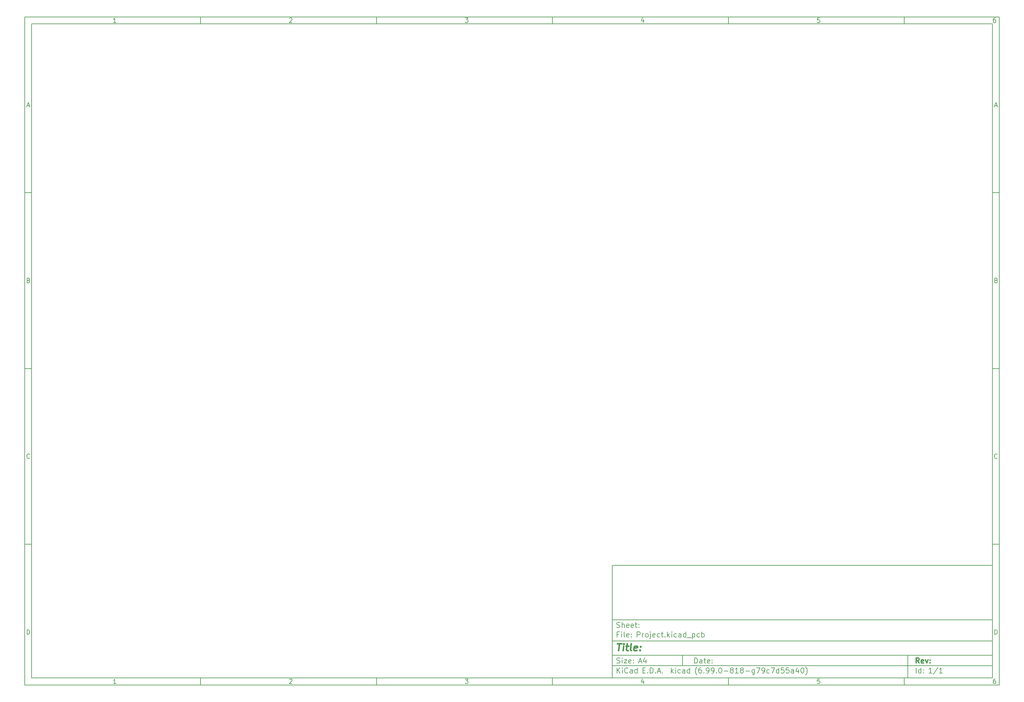
<source format=gbr>
%TF.GenerationSoftware,KiCad,Pcbnew,(6.99.0-818-g79c7d55a40)*%
%TF.CreationDate,2022-02-14T22:26:38+08:00*%
%TF.ProjectId,Project,50726f6a-6563-4742-9e6b-696361645f70,rev?*%
%TF.SameCoordinates,Original*%
%TF.FileFunction,Profile,NP*%
%FSLAX46Y46*%
G04 Gerber Fmt 4.6, Leading zero omitted, Abs format (unit mm)*
G04 Created by KiCad (PCBNEW (6.99.0-818-g79c7d55a40)) date 2022-02-14 22:26:38*
%MOMM*%
%LPD*%
G01*
G04 APERTURE LIST*
%ADD10C,0.100000*%
%ADD11C,0.150000*%
%ADD12C,0.300000*%
%ADD13C,0.400000*%
G04 APERTURE END LIST*
D10*
D11*
X177002200Y-166007200D02*
X177002200Y-198007200D01*
X285002200Y-198007200D01*
X285002200Y-166007200D01*
X177002200Y-166007200D01*
D10*
D11*
X10000000Y-10000000D02*
X10000000Y-200007200D01*
X287002200Y-200007200D01*
X287002200Y-10000000D01*
X10000000Y-10000000D01*
D10*
D11*
X12000000Y-12000000D02*
X12000000Y-198007200D01*
X285002200Y-198007200D01*
X285002200Y-12000000D01*
X12000000Y-12000000D01*
D10*
D11*
X60000000Y-12000000D02*
X60000000Y-10000000D01*
D10*
D11*
X110000000Y-12000000D02*
X110000000Y-10000000D01*
D10*
D11*
X160000000Y-12000000D02*
X160000000Y-10000000D01*
D10*
D11*
X210000000Y-12000000D02*
X210000000Y-10000000D01*
D10*
D11*
X260000000Y-12000000D02*
X260000000Y-10000000D01*
D10*
D11*
X35990476Y-11588095D02*
X35247619Y-11588095D01*
X35619047Y-11588095D02*
X35619047Y-10288095D01*
X35619047Y-10288095D02*
X35495238Y-10473809D01*
X35495238Y-10473809D02*
X35371428Y-10597619D01*
X35371428Y-10597619D02*
X35247619Y-10659523D01*
D10*
D11*
X85247619Y-10411904D02*
X85309523Y-10350000D01*
X85309523Y-10350000D02*
X85433333Y-10288095D01*
X85433333Y-10288095D02*
X85742857Y-10288095D01*
X85742857Y-10288095D02*
X85866666Y-10350000D01*
X85866666Y-10350000D02*
X85928571Y-10411904D01*
X85928571Y-10411904D02*
X85990476Y-10535714D01*
X85990476Y-10535714D02*
X85990476Y-10659523D01*
X85990476Y-10659523D02*
X85928571Y-10845238D01*
X85928571Y-10845238D02*
X85185714Y-11588095D01*
X85185714Y-11588095D02*
X85990476Y-11588095D01*
D10*
D11*
X135185714Y-10288095D02*
X135990476Y-10288095D01*
X135990476Y-10288095D02*
X135557142Y-10783333D01*
X135557142Y-10783333D02*
X135742857Y-10783333D01*
X135742857Y-10783333D02*
X135866666Y-10845238D01*
X135866666Y-10845238D02*
X135928571Y-10907142D01*
X135928571Y-10907142D02*
X135990476Y-11030952D01*
X135990476Y-11030952D02*
X135990476Y-11340476D01*
X135990476Y-11340476D02*
X135928571Y-11464285D01*
X135928571Y-11464285D02*
X135866666Y-11526190D01*
X135866666Y-11526190D02*
X135742857Y-11588095D01*
X135742857Y-11588095D02*
X135371428Y-11588095D01*
X135371428Y-11588095D02*
X135247619Y-11526190D01*
X135247619Y-11526190D02*
X135185714Y-11464285D01*
D10*
D11*
X185866666Y-10721428D02*
X185866666Y-11588095D01*
X185557142Y-10226190D02*
X185247619Y-11154761D01*
X185247619Y-11154761D02*
X186052380Y-11154761D01*
D10*
D11*
X235928571Y-10288095D02*
X235309523Y-10288095D01*
X235309523Y-10288095D02*
X235247619Y-10907142D01*
X235247619Y-10907142D02*
X235309523Y-10845238D01*
X235309523Y-10845238D02*
X235433333Y-10783333D01*
X235433333Y-10783333D02*
X235742857Y-10783333D01*
X235742857Y-10783333D02*
X235866666Y-10845238D01*
X235866666Y-10845238D02*
X235928571Y-10907142D01*
X235928571Y-10907142D02*
X235990476Y-11030952D01*
X235990476Y-11030952D02*
X235990476Y-11340476D01*
X235990476Y-11340476D02*
X235928571Y-11464285D01*
X235928571Y-11464285D02*
X235866666Y-11526190D01*
X235866666Y-11526190D02*
X235742857Y-11588095D01*
X235742857Y-11588095D02*
X235433333Y-11588095D01*
X235433333Y-11588095D02*
X235309523Y-11526190D01*
X235309523Y-11526190D02*
X235247619Y-11464285D01*
D10*
D11*
X285866666Y-10288095D02*
X285619047Y-10288095D01*
X285619047Y-10288095D02*
X285495238Y-10350000D01*
X285495238Y-10350000D02*
X285433333Y-10411904D01*
X285433333Y-10411904D02*
X285309523Y-10597619D01*
X285309523Y-10597619D02*
X285247619Y-10845238D01*
X285247619Y-10845238D02*
X285247619Y-11340476D01*
X285247619Y-11340476D02*
X285309523Y-11464285D01*
X285309523Y-11464285D02*
X285371428Y-11526190D01*
X285371428Y-11526190D02*
X285495238Y-11588095D01*
X285495238Y-11588095D02*
X285742857Y-11588095D01*
X285742857Y-11588095D02*
X285866666Y-11526190D01*
X285866666Y-11526190D02*
X285928571Y-11464285D01*
X285928571Y-11464285D02*
X285990476Y-11340476D01*
X285990476Y-11340476D02*
X285990476Y-11030952D01*
X285990476Y-11030952D02*
X285928571Y-10907142D01*
X285928571Y-10907142D02*
X285866666Y-10845238D01*
X285866666Y-10845238D02*
X285742857Y-10783333D01*
X285742857Y-10783333D02*
X285495238Y-10783333D01*
X285495238Y-10783333D02*
X285371428Y-10845238D01*
X285371428Y-10845238D02*
X285309523Y-10907142D01*
X285309523Y-10907142D02*
X285247619Y-11030952D01*
D10*
D11*
X60000000Y-198007200D02*
X60000000Y-200007200D01*
D10*
D11*
X110000000Y-198007200D02*
X110000000Y-200007200D01*
D10*
D11*
X160000000Y-198007200D02*
X160000000Y-200007200D01*
D10*
D11*
X210000000Y-198007200D02*
X210000000Y-200007200D01*
D10*
D11*
X260000000Y-198007200D02*
X260000000Y-200007200D01*
D10*
D11*
X35990476Y-199595295D02*
X35247619Y-199595295D01*
X35619047Y-199595295D02*
X35619047Y-198295295D01*
X35619047Y-198295295D02*
X35495238Y-198481009D01*
X35495238Y-198481009D02*
X35371428Y-198604819D01*
X35371428Y-198604819D02*
X35247619Y-198666723D01*
D10*
D11*
X85247619Y-198419104D02*
X85309523Y-198357200D01*
X85309523Y-198357200D02*
X85433333Y-198295295D01*
X85433333Y-198295295D02*
X85742857Y-198295295D01*
X85742857Y-198295295D02*
X85866666Y-198357200D01*
X85866666Y-198357200D02*
X85928571Y-198419104D01*
X85928571Y-198419104D02*
X85990476Y-198542914D01*
X85990476Y-198542914D02*
X85990476Y-198666723D01*
X85990476Y-198666723D02*
X85928571Y-198852438D01*
X85928571Y-198852438D02*
X85185714Y-199595295D01*
X85185714Y-199595295D02*
X85990476Y-199595295D01*
D10*
D11*
X135185714Y-198295295D02*
X135990476Y-198295295D01*
X135990476Y-198295295D02*
X135557142Y-198790533D01*
X135557142Y-198790533D02*
X135742857Y-198790533D01*
X135742857Y-198790533D02*
X135866666Y-198852438D01*
X135866666Y-198852438D02*
X135928571Y-198914342D01*
X135928571Y-198914342D02*
X135990476Y-199038152D01*
X135990476Y-199038152D02*
X135990476Y-199347676D01*
X135990476Y-199347676D02*
X135928571Y-199471485D01*
X135928571Y-199471485D02*
X135866666Y-199533390D01*
X135866666Y-199533390D02*
X135742857Y-199595295D01*
X135742857Y-199595295D02*
X135371428Y-199595295D01*
X135371428Y-199595295D02*
X135247619Y-199533390D01*
X135247619Y-199533390D02*
X135185714Y-199471485D01*
D10*
D11*
X185866666Y-198728628D02*
X185866666Y-199595295D01*
X185557142Y-198233390D02*
X185247619Y-199161961D01*
X185247619Y-199161961D02*
X186052380Y-199161961D01*
D10*
D11*
X235928571Y-198295295D02*
X235309523Y-198295295D01*
X235309523Y-198295295D02*
X235247619Y-198914342D01*
X235247619Y-198914342D02*
X235309523Y-198852438D01*
X235309523Y-198852438D02*
X235433333Y-198790533D01*
X235433333Y-198790533D02*
X235742857Y-198790533D01*
X235742857Y-198790533D02*
X235866666Y-198852438D01*
X235866666Y-198852438D02*
X235928571Y-198914342D01*
X235928571Y-198914342D02*
X235990476Y-199038152D01*
X235990476Y-199038152D02*
X235990476Y-199347676D01*
X235990476Y-199347676D02*
X235928571Y-199471485D01*
X235928571Y-199471485D02*
X235866666Y-199533390D01*
X235866666Y-199533390D02*
X235742857Y-199595295D01*
X235742857Y-199595295D02*
X235433333Y-199595295D01*
X235433333Y-199595295D02*
X235309523Y-199533390D01*
X235309523Y-199533390D02*
X235247619Y-199471485D01*
D10*
D11*
X285866666Y-198295295D02*
X285619047Y-198295295D01*
X285619047Y-198295295D02*
X285495238Y-198357200D01*
X285495238Y-198357200D02*
X285433333Y-198419104D01*
X285433333Y-198419104D02*
X285309523Y-198604819D01*
X285309523Y-198604819D02*
X285247619Y-198852438D01*
X285247619Y-198852438D02*
X285247619Y-199347676D01*
X285247619Y-199347676D02*
X285309523Y-199471485D01*
X285309523Y-199471485D02*
X285371428Y-199533390D01*
X285371428Y-199533390D02*
X285495238Y-199595295D01*
X285495238Y-199595295D02*
X285742857Y-199595295D01*
X285742857Y-199595295D02*
X285866666Y-199533390D01*
X285866666Y-199533390D02*
X285928571Y-199471485D01*
X285928571Y-199471485D02*
X285990476Y-199347676D01*
X285990476Y-199347676D02*
X285990476Y-199038152D01*
X285990476Y-199038152D02*
X285928571Y-198914342D01*
X285928571Y-198914342D02*
X285866666Y-198852438D01*
X285866666Y-198852438D02*
X285742857Y-198790533D01*
X285742857Y-198790533D02*
X285495238Y-198790533D01*
X285495238Y-198790533D02*
X285371428Y-198852438D01*
X285371428Y-198852438D02*
X285309523Y-198914342D01*
X285309523Y-198914342D02*
X285247619Y-199038152D01*
D10*
D11*
X10000000Y-60000000D02*
X12000000Y-60000000D01*
D10*
D11*
X10000000Y-110000000D02*
X12000000Y-110000000D01*
D10*
D11*
X10000000Y-160000000D02*
X12000000Y-160000000D01*
D10*
D11*
X10690476Y-35216666D02*
X11309523Y-35216666D01*
X10566666Y-35588095D02*
X10999999Y-34288095D01*
X10999999Y-34288095D02*
X11433333Y-35588095D01*
D10*
D11*
X11092857Y-84907142D02*
X11278571Y-84969047D01*
X11278571Y-84969047D02*
X11340476Y-85030952D01*
X11340476Y-85030952D02*
X11402380Y-85154761D01*
X11402380Y-85154761D02*
X11402380Y-85340476D01*
X11402380Y-85340476D02*
X11340476Y-85464285D01*
X11340476Y-85464285D02*
X11278571Y-85526190D01*
X11278571Y-85526190D02*
X11154761Y-85588095D01*
X11154761Y-85588095D02*
X10659523Y-85588095D01*
X10659523Y-85588095D02*
X10659523Y-84288095D01*
X10659523Y-84288095D02*
X11092857Y-84288095D01*
X11092857Y-84288095D02*
X11216666Y-84350000D01*
X11216666Y-84350000D02*
X11278571Y-84411904D01*
X11278571Y-84411904D02*
X11340476Y-84535714D01*
X11340476Y-84535714D02*
X11340476Y-84659523D01*
X11340476Y-84659523D02*
X11278571Y-84783333D01*
X11278571Y-84783333D02*
X11216666Y-84845238D01*
X11216666Y-84845238D02*
X11092857Y-84907142D01*
X11092857Y-84907142D02*
X10659523Y-84907142D01*
D10*
D11*
X11402380Y-135464285D02*
X11340476Y-135526190D01*
X11340476Y-135526190D02*
X11154761Y-135588095D01*
X11154761Y-135588095D02*
X11030952Y-135588095D01*
X11030952Y-135588095D02*
X10845238Y-135526190D01*
X10845238Y-135526190D02*
X10721428Y-135402380D01*
X10721428Y-135402380D02*
X10659523Y-135278571D01*
X10659523Y-135278571D02*
X10597619Y-135030952D01*
X10597619Y-135030952D02*
X10597619Y-134845238D01*
X10597619Y-134845238D02*
X10659523Y-134597619D01*
X10659523Y-134597619D02*
X10721428Y-134473809D01*
X10721428Y-134473809D02*
X10845238Y-134350000D01*
X10845238Y-134350000D02*
X11030952Y-134288095D01*
X11030952Y-134288095D02*
X11154761Y-134288095D01*
X11154761Y-134288095D02*
X11340476Y-134350000D01*
X11340476Y-134350000D02*
X11402380Y-134411904D01*
D10*
D11*
X10659523Y-185588095D02*
X10659523Y-184288095D01*
X10659523Y-184288095D02*
X10969047Y-184288095D01*
X10969047Y-184288095D02*
X11154761Y-184350000D01*
X11154761Y-184350000D02*
X11278571Y-184473809D01*
X11278571Y-184473809D02*
X11340476Y-184597619D01*
X11340476Y-184597619D02*
X11402380Y-184845238D01*
X11402380Y-184845238D02*
X11402380Y-185030952D01*
X11402380Y-185030952D02*
X11340476Y-185278571D01*
X11340476Y-185278571D02*
X11278571Y-185402380D01*
X11278571Y-185402380D02*
X11154761Y-185526190D01*
X11154761Y-185526190D02*
X10969047Y-185588095D01*
X10969047Y-185588095D02*
X10659523Y-185588095D01*
D10*
D11*
X287002200Y-60000000D02*
X285002200Y-60000000D01*
D10*
D11*
X287002200Y-110000000D02*
X285002200Y-110000000D01*
D10*
D11*
X287002200Y-160000000D02*
X285002200Y-160000000D01*
D10*
D11*
X285692676Y-35216666D02*
X286311723Y-35216666D01*
X285568866Y-35588095D02*
X286002199Y-34288095D01*
X286002199Y-34288095D02*
X286435533Y-35588095D01*
D10*
D11*
X286095057Y-84907142D02*
X286280771Y-84969047D01*
X286280771Y-84969047D02*
X286342676Y-85030952D01*
X286342676Y-85030952D02*
X286404580Y-85154761D01*
X286404580Y-85154761D02*
X286404580Y-85340476D01*
X286404580Y-85340476D02*
X286342676Y-85464285D01*
X286342676Y-85464285D02*
X286280771Y-85526190D01*
X286280771Y-85526190D02*
X286156961Y-85588095D01*
X286156961Y-85588095D02*
X285661723Y-85588095D01*
X285661723Y-85588095D02*
X285661723Y-84288095D01*
X285661723Y-84288095D02*
X286095057Y-84288095D01*
X286095057Y-84288095D02*
X286218866Y-84350000D01*
X286218866Y-84350000D02*
X286280771Y-84411904D01*
X286280771Y-84411904D02*
X286342676Y-84535714D01*
X286342676Y-84535714D02*
X286342676Y-84659523D01*
X286342676Y-84659523D02*
X286280771Y-84783333D01*
X286280771Y-84783333D02*
X286218866Y-84845238D01*
X286218866Y-84845238D02*
X286095057Y-84907142D01*
X286095057Y-84907142D02*
X285661723Y-84907142D01*
D10*
D11*
X286404580Y-135464285D02*
X286342676Y-135526190D01*
X286342676Y-135526190D02*
X286156961Y-135588095D01*
X286156961Y-135588095D02*
X286033152Y-135588095D01*
X286033152Y-135588095D02*
X285847438Y-135526190D01*
X285847438Y-135526190D02*
X285723628Y-135402380D01*
X285723628Y-135402380D02*
X285661723Y-135278571D01*
X285661723Y-135278571D02*
X285599819Y-135030952D01*
X285599819Y-135030952D02*
X285599819Y-134845238D01*
X285599819Y-134845238D02*
X285661723Y-134597619D01*
X285661723Y-134597619D02*
X285723628Y-134473809D01*
X285723628Y-134473809D02*
X285847438Y-134350000D01*
X285847438Y-134350000D02*
X286033152Y-134288095D01*
X286033152Y-134288095D02*
X286156961Y-134288095D01*
X286156961Y-134288095D02*
X286342676Y-134350000D01*
X286342676Y-134350000D02*
X286404580Y-134411904D01*
D10*
D11*
X285661723Y-185588095D02*
X285661723Y-184288095D01*
X285661723Y-184288095D02*
X285971247Y-184288095D01*
X285971247Y-184288095D02*
X286156961Y-184350000D01*
X286156961Y-184350000D02*
X286280771Y-184473809D01*
X286280771Y-184473809D02*
X286342676Y-184597619D01*
X286342676Y-184597619D02*
X286404580Y-184845238D01*
X286404580Y-184845238D02*
X286404580Y-185030952D01*
X286404580Y-185030952D02*
X286342676Y-185278571D01*
X286342676Y-185278571D02*
X286280771Y-185402380D01*
X286280771Y-185402380D02*
X286156961Y-185526190D01*
X286156961Y-185526190D02*
X285971247Y-185588095D01*
X285971247Y-185588095D02*
X285661723Y-185588095D01*
D10*
D11*
X200359342Y-193785771D02*
X200359342Y-192285771D01*
X200359342Y-192285771D02*
X200716485Y-192285771D01*
X200716485Y-192285771D02*
X200930771Y-192357200D01*
X200930771Y-192357200D02*
X201073628Y-192500057D01*
X201073628Y-192500057D02*
X201145057Y-192642914D01*
X201145057Y-192642914D02*
X201216485Y-192928628D01*
X201216485Y-192928628D02*
X201216485Y-193142914D01*
X201216485Y-193142914D02*
X201145057Y-193428628D01*
X201145057Y-193428628D02*
X201073628Y-193571485D01*
X201073628Y-193571485D02*
X200930771Y-193714342D01*
X200930771Y-193714342D02*
X200716485Y-193785771D01*
X200716485Y-193785771D02*
X200359342Y-193785771D01*
X202502200Y-193785771D02*
X202502200Y-193000057D01*
X202502200Y-193000057D02*
X202430771Y-192857200D01*
X202430771Y-192857200D02*
X202287914Y-192785771D01*
X202287914Y-192785771D02*
X202002200Y-192785771D01*
X202002200Y-192785771D02*
X201859342Y-192857200D01*
X202502200Y-193714342D02*
X202359342Y-193785771D01*
X202359342Y-193785771D02*
X202002200Y-193785771D01*
X202002200Y-193785771D02*
X201859342Y-193714342D01*
X201859342Y-193714342D02*
X201787914Y-193571485D01*
X201787914Y-193571485D02*
X201787914Y-193428628D01*
X201787914Y-193428628D02*
X201859342Y-193285771D01*
X201859342Y-193285771D02*
X202002200Y-193214342D01*
X202002200Y-193214342D02*
X202359342Y-193214342D01*
X202359342Y-193214342D02*
X202502200Y-193142914D01*
X203002200Y-192785771D02*
X203573628Y-192785771D01*
X203216485Y-192285771D02*
X203216485Y-193571485D01*
X203216485Y-193571485D02*
X203287914Y-193714342D01*
X203287914Y-193714342D02*
X203430771Y-193785771D01*
X203430771Y-193785771D02*
X203573628Y-193785771D01*
X204645057Y-193714342D02*
X204502200Y-193785771D01*
X204502200Y-193785771D02*
X204216486Y-193785771D01*
X204216486Y-193785771D02*
X204073628Y-193714342D01*
X204073628Y-193714342D02*
X204002200Y-193571485D01*
X204002200Y-193571485D02*
X204002200Y-193000057D01*
X204002200Y-193000057D02*
X204073628Y-192857200D01*
X204073628Y-192857200D02*
X204216486Y-192785771D01*
X204216486Y-192785771D02*
X204502200Y-192785771D01*
X204502200Y-192785771D02*
X204645057Y-192857200D01*
X204645057Y-192857200D02*
X204716486Y-193000057D01*
X204716486Y-193000057D02*
X204716486Y-193142914D01*
X204716486Y-193142914D02*
X204002200Y-193285771D01*
X205359342Y-193642914D02*
X205430771Y-193714342D01*
X205430771Y-193714342D02*
X205359342Y-193785771D01*
X205359342Y-193785771D02*
X205287914Y-193714342D01*
X205287914Y-193714342D02*
X205359342Y-193642914D01*
X205359342Y-193642914D02*
X205359342Y-193785771D01*
X205359342Y-192857200D02*
X205430771Y-192928628D01*
X205430771Y-192928628D02*
X205359342Y-193000057D01*
X205359342Y-193000057D02*
X205287914Y-192928628D01*
X205287914Y-192928628D02*
X205359342Y-192857200D01*
X205359342Y-192857200D02*
X205359342Y-193000057D01*
D10*
D11*
X177002200Y-194507200D02*
X285002200Y-194507200D01*
D10*
D11*
X178359342Y-196585771D02*
X178359342Y-195085771D01*
X179216485Y-196585771D02*
X178573628Y-195728628D01*
X179216485Y-195085771D02*
X178359342Y-195942914D01*
X179859342Y-196585771D02*
X179859342Y-195585771D01*
X179859342Y-195085771D02*
X179787914Y-195157200D01*
X179787914Y-195157200D02*
X179859342Y-195228628D01*
X179859342Y-195228628D02*
X179930771Y-195157200D01*
X179930771Y-195157200D02*
X179859342Y-195085771D01*
X179859342Y-195085771D02*
X179859342Y-195228628D01*
X181430771Y-196442914D02*
X181359343Y-196514342D01*
X181359343Y-196514342D02*
X181145057Y-196585771D01*
X181145057Y-196585771D02*
X181002200Y-196585771D01*
X181002200Y-196585771D02*
X180787914Y-196514342D01*
X180787914Y-196514342D02*
X180645057Y-196371485D01*
X180645057Y-196371485D02*
X180573628Y-196228628D01*
X180573628Y-196228628D02*
X180502200Y-195942914D01*
X180502200Y-195942914D02*
X180502200Y-195728628D01*
X180502200Y-195728628D02*
X180573628Y-195442914D01*
X180573628Y-195442914D02*
X180645057Y-195300057D01*
X180645057Y-195300057D02*
X180787914Y-195157200D01*
X180787914Y-195157200D02*
X181002200Y-195085771D01*
X181002200Y-195085771D02*
X181145057Y-195085771D01*
X181145057Y-195085771D02*
X181359343Y-195157200D01*
X181359343Y-195157200D02*
X181430771Y-195228628D01*
X182716486Y-196585771D02*
X182716486Y-195800057D01*
X182716486Y-195800057D02*
X182645057Y-195657200D01*
X182645057Y-195657200D02*
X182502200Y-195585771D01*
X182502200Y-195585771D02*
X182216486Y-195585771D01*
X182216486Y-195585771D02*
X182073628Y-195657200D01*
X182716486Y-196514342D02*
X182573628Y-196585771D01*
X182573628Y-196585771D02*
X182216486Y-196585771D01*
X182216486Y-196585771D02*
X182073628Y-196514342D01*
X182073628Y-196514342D02*
X182002200Y-196371485D01*
X182002200Y-196371485D02*
X182002200Y-196228628D01*
X182002200Y-196228628D02*
X182073628Y-196085771D01*
X182073628Y-196085771D02*
X182216486Y-196014342D01*
X182216486Y-196014342D02*
X182573628Y-196014342D01*
X182573628Y-196014342D02*
X182716486Y-195942914D01*
X184073629Y-196585771D02*
X184073629Y-195085771D01*
X184073629Y-196514342D02*
X183930771Y-196585771D01*
X183930771Y-196585771D02*
X183645057Y-196585771D01*
X183645057Y-196585771D02*
X183502200Y-196514342D01*
X183502200Y-196514342D02*
X183430771Y-196442914D01*
X183430771Y-196442914D02*
X183359343Y-196300057D01*
X183359343Y-196300057D02*
X183359343Y-195871485D01*
X183359343Y-195871485D02*
X183430771Y-195728628D01*
X183430771Y-195728628D02*
X183502200Y-195657200D01*
X183502200Y-195657200D02*
X183645057Y-195585771D01*
X183645057Y-195585771D02*
X183930771Y-195585771D01*
X183930771Y-195585771D02*
X184073629Y-195657200D01*
X185687914Y-195800057D02*
X186187914Y-195800057D01*
X186402200Y-196585771D02*
X185687914Y-196585771D01*
X185687914Y-196585771D02*
X185687914Y-195085771D01*
X185687914Y-195085771D02*
X186402200Y-195085771D01*
X187045057Y-196442914D02*
X187116486Y-196514342D01*
X187116486Y-196514342D02*
X187045057Y-196585771D01*
X187045057Y-196585771D02*
X186973629Y-196514342D01*
X186973629Y-196514342D02*
X187045057Y-196442914D01*
X187045057Y-196442914D02*
X187045057Y-196585771D01*
X187759343Y-196585771D02*
X187759343Y-195085771D01*
X187759343Y-195085771D02*
X188116486Y-195085771D01*
X188116486Y-195085771D02*
X188330772Y-195157200D01*
X188330772Y-195157200D02*
X188473629Y-195300057D01*
X188473629Y-195300057D02*
X188545058Y-195442914D01*
X188545058Y-195442914D02*
X188616486Y-195728628D01*
X188616486Y-195728628D02*
X188616486Y-195942914D01*
X188616486Y-195942914D02*
X188545058Y-196228628D01*
X188545058Y-196228628D02*
X188473629Y-196371485D01*
X188473629Y-196371485D02*
X188330772Y-196514342D01*
X188330772Y-196514342D02*
X188116486Y-196585771D01*
X188116486Y-196585771D02*
X187759343Y-196585771D01*
X189259343Y-196442914D02*
X189330772Y-196514342D01*
X189330772Y-196514342D02*
X189259343Y-196585771D01*
X189259343Y-196585771D02*
X189187915Y-196514342D01*
X189187915Y-196514342D02*
X189259343Y-196442914D01*
X189259343Y-196442914D02*
X189259343Y-196585771D01*
X189902201Y-196157200D02*
X190616487Y-196157200D01*
X189759344Y-196585771D02*
X190259344Y-195085771D01*
X190259344Y-195085771D02*
X190759344Y-196585771D01*
X191259343Y-196442914D02*
X191330772Y-196514342D01*
X191330772Y-196514342D02*
X191259343Y-196585771D01*
X191259343Y-196585771D02*
X191187915Y-196514342D01*
X191187915Y-196514342D02*
X191259343Y-196442914D01*
X191259343Y-196442914D02*
X191259343Y-196585771D01*
X193773629Y-196585771D02*
X193773629Y-195085771D01*
X193916487Y-196014342D02*
X194345058Y-196585771D01*
X194345058Y-195585771D02*
X193773629Y-196157200D01*
X194987915Y-196585771D02*
X194987915Y-195585771D01*
X194987915Y-195085771D02*
X194916487Y-195157200D01*
X194916487Y-195157200D02*
X194987915Y-195228628D01*
X194987915Y-195228628D02*
X195059344Y-195157200D01*
X195059344Y-195157200D02*
X194987915Y-195085771D01*
X194987915Y-195085771D02*
X194987915Y-195228628D01*
X196345059Y-196514342D02*
X196202201Y-196585771D01*
X196202201Y-196585771D02*
X195916487Y-196585771D01*
X195916487Y-196585771D02*
X195773630Y-196514342D01*
X195773630Y-196514342D02*
X195702201Y-196442914D01*
X195702201Y-196442914D02*
X195630773Y-196300057D01*
X195630773Y-196300057D02*
X195630773Y-195871485D01*
X195630773Y-195871485D02*
X195702201Y-195728628D01*
X195702201Y-195728628D02*
X195773630Y-195657200D01*
X195773630Y-195657200D02*
X195916487Y-195585771D01*
X195916487Y-195585771D02*
X196202201Y-195585771D01*
X196202201Y-195585771D02*
X196345059Y-195657200D01*
X197630773Y-196585771D02*
X197630773Y-195800057D01*
X197630773Y-195800057D02*
X197559344Y-195657200D01*
X197559344Y-195657200D02*
X197416487Y-195585771D01*
X197416487Y-195585771D02*
X197130773Y-195585771D01*
X197130773Y-195585771D02*
X196987915Y-195657200D01*
X197630773Y-196514342D02*
X197487915Y-196585771D01*
X197487915Y-196585771D02*
X197130773Y-196585771D01*
X197130773Y-196585771D02*
X196987915Y-196514342D01*
X196987915Y-196514342D02*
X196916487Y-196371485D01*
X196916487Y-196371485D02*
X196916487Y-196228628D01*
X196916487Y-196228628D02*
X196987915Y-196085771D01*
X196987915Y-196085771D02*
X197130773Y-196014342D01*
X197130773Y-196014342D02*
X197487915Y-196014342D01*
X197487915Y-196014342D02*
X197630773Y-195942914D01*
X198987916Y-196585771D02*
X198987916Y-195085771D01*
X198987916Y-196514342D02*
X198845058Y-196585771D01*
X198845058Y-196585771D02*
X198559344Y-196585771D01*
X198559344Y-196585771D02*
X198416487Y-196514342D01*
X198416487Y-196514342D02*
X198345058Y-196442914D01*
X198345058Y-196442914D02*
X198273630Y-196300057D01*
X198273630Y-196300057D02*
X198273630Y-195871485D01*
X198273630Y-195871485D02*
X198345058Y-195728628D01*
X198345058Y-195728628D02*
X198416487Y-195657200D01*
X198416487Y-195657200D02*
X198559344Y-195585771D01*
X198559344Y-195585771D02*
X198845058Y-195585771D01*
X198845058Y-195585771D02*
X198987916Y-195657200D01*
X201030773Y-197157200D02*
X200959344Y-197085771D01*
X200959344Y-197085771D02*
X200816487Y-196871485D01*
X200816487Y-196871485D02*
X200745059Y-196728628D01*
X200745059Y-196728628D02*
X200673630Y-196514342D01*
X200673630Y-196514342D02*
X200602201Y-196157200D01*
X200602201Y-196157200D02*
X200602201Y-195871485D01*
X200602201Y-195871485D02*
X200673630Y-195514342D01*
X200673630Y-195514342D02*
X200745059Y-195300057D01*
X200745059Y-195300057D02*
X200816487Y-195157200D01*
X200816487Y-195157200D02*
X200959344Y-194942914D01*
X200959344Y-194942914D02*
X201030773Y-194871485D01*
X202245059Y-195085771D02*
X201959344Y-195085771D01*
X201959344Y-195085771D02*
X201816487Y-195157200D01*
X201816487Y-195157200D02*
X201745059Y-195228628D01*
X201745059Y-195228628D02*
X201602201Y-195442914D01*
X201602201Y-195442914D02*
X201530773Y-195728628D01*
X201530773Y-195728628D02*
X201530773Y-196300057D01*
X201530773Y-196300057D02*
X201602201Y-196442914D01*
X201602201Y-196442914D02*
X201673630Y-196514342D01*
X201673630Y-196514342D02*
X201816487Y-196585771D01*
X201816487Y-196585771D02*
X202102201Y-196585771D01*
X202102201Y-196585771D02*
X202245059Y-196514342D01*
X202245059Y-196514342D02*
X202316487Y-196442914D01*
X202316487Y-196442914D02*
X202387916Y-196300057D01*
X202387916Y-196300057D02*
X202387916Y-195942914D01*
X202387916Y-195942914D02*
X202316487Y-195800057D01*
X202316487Y-195800057D02*
X202245059Y-195728628D01*
X202245059Y-195728628D02*
X202102201Y-195657200D01*
X202102201Y-195657200D02*
X201816487Y-195657200D01*
X201816487Y-195657200D02*
X201673630Y-195728628D01*
X201673630Y-195728628D02*
X201602201Y-195800057D01*
X201602201Y-195800057D02*
X201530773Y-195942914D01*
X203030772Y-196442914D02*
X203102201Y-196514342D01*
X203102201Y-196514342D02*
X203030772Y-196585771D01*
X203030772Y-196585771D02*
X202959344Y-196514342D01*
X202959344Y-196514342D02*
X203030772Y-196442914D01*
X203030772Y-196442914D02*
X203030772Y-196585771D01*
X203816487Y-196585771D02*
X204102201Y-196585771D01*
X204102201Y-196585771D02*
X204245058Y-196514342D01*
X204245058Y-196514342D02*
X204316487Y-196442914D01*
X204316487Y-196442914D02*
X204459344Y-196228628D01*
X204459344Y-196228628D02*
X204530773Y-195942914D01*
X204530773Y-195942914D02*
X204530773Y-195371485D01*
X204530773Y-195371485D02*
X204459344Y-195228628D01*
X204459344Y-195228628D02*
X204387916Y-195157200D01*
X204387916Y-195157200D02*
X204245058Y-195085771D01*
X204245058Y-195085771D02*
X203959344Y-195085771D01*
X203959344Y-195085771D02*
X203816487Y-195157200D01*
X203816487Y-195157200D02*
X203745058Y-195228628D01*
X203745058Y-195228628D02*
X203673630Y-195371485D01*
X203673630Y-195371485D02*
X203673630Y-195728628D01*
X203673630Y-195728628D02*
X203745058Y-195871485D01*
X203745058Y-195871485D02*
X203816487Y-195942914D01*
X203816487Y-195942914D02*
X203959344Y-196014342D01*
X203959344Y-196014342D02*
X204245058Y-196014342D01*
X204245058Y-196014342D02*
X204387916Y-195942914D01*
X204387916Y-195942914D02*
X204459344Y-195871485D01*
X204459344Y-195871485D02*
X204530773Y-195728628D01*
X205245058Y-196585771D02*
X205530772Y-196585771D01*
X205530772Y-196585771D02*
X205673629Y-196514342D01*
X205673629Y-196514342D02*
X205745058Y-196442914D01*
X205745058Y-196442914D02*
X205887915Y-196228628D01*
X205887915Y-196228628D02*
X205959344Y-195942914D01*
X205959344Y-195942914D02*
X205959344Y-195371485D01*
X205959344Y-195371485D02*
X205887915Y-195228628D01*
X205887915Y-195228628D02*
X205816487Y-195157200D01*
X205816487Y-195157200D02*
X205673629Y-195085771D01*
X205673629Y-195085771D02*
X205387915Y-195085771D01*
X205387915Y-195085771D02*
X205245058Y-195157200D01*
X205245058Y-195157200D02*
X205173629Y-195228628D01*
X205173629Y-195228628D02*
X205102201Y-195371485D01*
X205102201Y-195371485D02*
X205102201Y-195728628D01*
X205102201Y-195728628D02*
X205173629Y-195871485D01*
X205173629Y-195871485D02*
X205245058Y-195942914D01*
X205245058Y-195942914D02*
X205387915Y-196014342D01*
X205387915Y-196014342D02*
X205673629Y-196014342D01*
X205673629Y-196014342D02*
X205816487Y-195942914D01*
X205816487Y-195942914D02*
X205887915Y-195871485D01*
X205887915Y-195871485D02*
X205959344Y-195728628D01*
X206602200Y-196442914D02*
X206673629Y-196514342D01*
X206673629Y-196514342D02*
X206602200Y-196585771D01*
X206602200Y-196585771D02*
X206530772Y-196514342D01*
X206530772Y-196514342D02*
X206602200Y-196442914D01*
X206602200Y-196442914D02*
X206602200Y-196585771D01*
X207602201Y-195085771D02*
X207745058Y-195085771D01*
X207745058Y-195085771D02*
X207887915Y-195157200D01*
X207887915Y-195157200D02*
X207959344Y-195228628D01*
X207959344Y-195228628D02*
X208030772Y-195371485D01*
X208030772Y-195371485D02*
X208102201Y-195657200D01*
X208102201Y-195657200D02*
X208102201Y-196014342D01*
X208102201Y-196014342D02*
X208030772Y-196300057D01*
X208030772Y-196300057D02*
X207959344Y-196442914D01*
X207959344Y-196442914D02*
X207887915Y-196514342D01*
X207887915Y-196514342D02*
X207745058Y-196585771D01*
X207745058Y-196585771D02*
X207602201Y-196585771D01*
X207602201Y-196585771D02*
X207459344Y-196514342D01*
X207459344Y-196514342D02*
X207387915Y-196442914D01*
X207387915Y-196442914D02*
X207316486Y-196300057D01*
X207316486Y-196300057D02*
X207245058Y-196014342D01*
X207245058Y-196014342D02*
X207245058Y-195657200D01*
X207245058Y-195657200D02*
X207316486Y-195371485D01*
X207316486Y-195371485D02*
X207387915Y-195228628D01*
X207387915Y-195228628D02*
X207459344Y-195157200D01*
X207459344Y-195157200D02*
X207602201Y-195085771D01*
X208745057Y-196014342D02*
X209887915Y-196014342D01*
X210816486Y-195728628D02*
X210673629Y-195657200D01*
X210673629Y-195657200D02*
X210602200Y-195585771D01*
X210602200Y-195585771D02*
X210530772Y-195442914D01*
X210530772Y-195442914D02*
X210530772Y-195371485D01*
X210530772Y-195371485D02*
X210602200Y-195228628D01*
X210602200Y-195228628D02*
X210673629Y-195157200D01*
X210673629Y-195157200D02*
X210816486Y-195085771D01*
X210816486Y-195085771D02*
X211102200Y-195085771D01*
X211102200Y-195085771D02*
X211245058Y-195157200D01*
X211245058Y-195157200D02*
X211316486Y-195228628D01*
X211316486Y-195228628D02*
X211387915Y-195371485D01*
X211387915Y-195371485D02*
X211387915Y-195442914D01*
X211387915Y-195442914D02*
X211316486Y-195585771D01*
X211316486Y-195585771D02*
X211245058Y-195657200D01*
X211245058Y-195657200D02*
X211102200Y-195728628D01*
X211102200Y-195728628D02*
X210816486Y-195728628D01*
X210816486Y-195728628D02*
X210673629Y-195800057D01*
X210673629Y-195800057D02*
X210602200Y-195871485D01*
X210602200Y-195871485D02*
X210530772Y-196014342D01*
X210530772Y-196014342D02*
X210530772Y-196300057D01*
X210530772Y-196300057D02*
X210602200Y-196442914D01*
X210602200Y-196442914D02*
X210673629Y-196514342D01*
X210673629Y-196514342D02*
X210816486Y-196585771D01*
X210816486Y-196585771D02*
X211102200Y-196585771D01*
X211102200Y-196585771D02*
X211245058Y-196514342D01*
X211245058Y-196514342D02*
X211316486Y-196442914D01*
X211316486Y-196442914D02*
X211387915Y-196300057D01*
X211387915Y-196300057D02*
X211387915Y-196014342D01*
X211387915Y-196014342D02*
X211316486Y-195871485D01*
X211316486Y-195871485D02*
X211245058Y-195800057D01*
X211245058Y-195800057D02*
X211102200Y-195728628D01*
X212816486Y-196585771D02*
X211959343Y-196585771D01*
X212387914Y-196585771D02*
X212387914Y-195085771D01*
X212387914Y-195085771D02*
X212245057Y-195300057D01*
X212245057Y-195300057D02*
X212102200Y-195442914D01*
X212102200Y-195442914D02*
X211959343Y-195514342D01*
X213673628Y-195728628D02*
X213530771Y-195657200D01*
X213530771Y-195657200D02*
X213459342Y-195585771D01*
X213459342Y-195585771D02*
X213387914Y-195442914D01*
X213387914Y-195442914D02*
X213387914Y-195371485D01*
X213387914Y-195371485D02*
X213459342Y-195228628D01*
X213459342Y-195228628D02*
X213530771Y-195157200D01*
X213530771Y-195157200D02*
X213673628Y-195085771D01*
X213673628Y-195085771D02*
X213959342Y-195085771D01*
X213959342Y-195085771D02*
X214102200Y-195157200D01*
X214102200Y-195157200D02*
X214173628Y-195228628D01*
X214173628Y-195228628D02*
X214245057Y-195371485D01*
X214245057Y-195371485D02*
X214245057Y-195442914D01*
X214245057Y-195442914D02*
X214173628Y-195585771D01*
X214173628Y-195585771D02*
X214102200Y-195657200D01*
X214102200Y-195657200D02*
X213959342Y-195728628D01*
X213959342Y-195728628D02*
X213673628Y-195728628D01*
X213673628Y-195728628D02*
X213530771Y-195800057D01*
X213530771Y-195800057D02*
X213459342Y-195871485D01*
X213459342Y-195871485D02*
X213387914Y-196014342D01*
X213387914Y-196014342D02*
X213387914Y-196300057D01*
X213387914Y-196300057D02*
X213459342Y-196442914D01*
X213459342Y-196442914D02*
X213530771Y-196514342D01*
X213530771Y-196514342D02*
X213673628Y-196585771D01*
X213673628Y-196585771D02*
X213959342Y-196585771D01*
X213959342Y-196585771D02*
X214102200Y-196514342D01*
X214102200Y-196514342D02*
X214173628Y-196442914D01*
X214173628Y-196442914D02*
X214245057Y-196300057D01*
X214245057Y-196300057D02*
X214245057Y-196014342D01*
X214245057Y-196014342D02*
X214173628Y-195871485D01*
X214173628Y-195871485D02*
X214102200Y-195800057D01*
X214102200Y-195800057D02*
X213959342Y-195728628D01*
X214887913Y-196014342D02*
X216030771Y-196014342D01*
X217387914Y-195585771D02*
X217387914Y-196800057D01*
X217387914Y-196800057D02*
X217316485Y-196942914D01*
X217316485Y-196942914D02*
X217245056Y-197014342D01*
X217245056Y-197014342D02*
X217102199Y-197085771D01*
X217102199Y-197085771D02*
X216887914Y-197085771D01*
X216887914Y-197085771D02*
X216745056Y-197014342D01*
X217387914Y-196514342D02*
X217245056Y-196585771D01*
X217245056Y-196585771D02*
X216959342Y-196585771D01*
X216959342Y-196585771D02*
X216816485Y-196514342D01*
X216816485Y-196514342D02*
X216745056Y-196442914D01*
X216745056Y-196442914D02*
X216673628Y-196300057D01*
X216673628Y-196300057D02*
X216673628Y-195871485D01*
X216673628Y-195871485D02*
X216745056Y-195728628D01*
X216745056Y-195728628D02*
X216816485Y-195657200D01*
X216816485Y-195657200D02*
X216959342Y-195585771D01*
X216959342Y-195585771D02*
X217245056Y-195585771D01*
X217245056Y-195585771D02*
X217387914Y-195657200D01*
X217959342Y-195085771D02*
X218959342Y-195085771D01*
X218959342Y-195085771D02*
X218316485Y-196585771D01*
X219602199Y-196585771D02*
X219887913Y-196585771D01*
X219887913Y-196585771D02*
X220030770Y-196514342D01*
X220030770Y-196514342D02*
X220102199Y-196442914D01*
X220102199Y-196442914D02*
X220245056Y-196228628D01*
X220245056Y-196228628D02*
X220316485Y-195942914D01*
X220316485Y-195942914D02*
X220316485Y-195371485D01*
X220316485Y-195371485D02*
X220245056Y-195228628D01*
X220245056Y-195228628D02*
X220173628Y-195157200D01*
X220173628Y-195157200D02*
X220030770Y-195085771D01*
X220030770Y-195085771D02*
X219745056Y-195085771D01*
X219745056Y-195085771D02*
X219602199Y-195157200D01*
X219602199Y-195157200D02*
X219530770Y-195228628D01*
X219530770Y-195228628D02*
X219459342Y-195371485D01*
X219459342Y-195371485D02*
X219459342Y-195728628D01*
X219459342Y-195728628D02*
X219530770Y-195871485D01*
X219530770Y-195871485D02*
X219602199Y-195942914D01*
X219602199Y-195942914D02*
X219745056Y-196014342D01*
X219745056Y-196014342D02*
X220030770Y-196014342D01*
X220030770Y-196014342D02*
X220173628Y-195942914D01*
X220173628Y-195942914D02*
X220245056Y-195871485D01*
X220245056Y-195871485D02*
X220316485Y-195728628D01*
X221602199Y-196514342D02*
X221459341Y-196585771D01*
X221459341Y-196585771D02*
X221173627Y-196585771D01*
X221173627Y-196585771D02*
X221030770Y-196514342D01*
X221030770Y-196514342D02*
X220959341Y-196442914D01*
X220959341Y-196442914D02*
X220887913Y-196300057D01*
X220887913Y-196300057D02*
X220887913Y-195871485D01*
X220887913Y-195871485D02*
X220959341Y-195728628D01*
X220959341Y-195728628D02*
X221030770Y-195657200D01*
X221030770Y-195657200D02*
X221173627Y-195585771D01*
X221173627Y-195585771D02*
X221459341Y-195585771D01*
X221459341Y-195585771D02*
X221602199Y-195657200D01*
X222102198Y-195085771D02*
X223102198Y-195085771D01*
X223102198Y-195085771D02*
X222459341Y-196585771D01*
X224316484Y-196585771D02*
X224316484Y-195085771D01*
X224316484Y-196514342D02*
X224173626Y-196585771D01*
X224173626Y-196585771D02*
X223887912Y-196585771D01*
X223887912Y-196585771D02*
X223745055Y-196514342D01*
X223745055Y-196514342D02*
X223673626Y-196442914D01*
X223673626Y-196442914D02*
X223602198Y-196300057D01*
X223602198Y-196300057D02*
X223602198Y-195871485D01*
X223602198Y-195871485D02*
X223673626Y-195728628D01*
X223673626Y-195728628D02*
X223745055Y-195657200D01*
X223745055Y-195657200D02*
X223887912Y-195585771D01*
X223887912Y-195585771D02*
X224173626Y-195585771D01*
X224173626Y-195585771D02*
X224316484Y-195657200D01*
X225745055Y-195085771D02*
X225030769Y-195085771D01*
X225030769Y-195085771D02*
X224959341Y-195800057D01*
X224959341Y-195800057D02*
X225030769Y-195728628D01*
X225030769Y-195728628D02*
X225173627Y-195657200D01*
X225173627Y-195657200D02*
X225530769Y-195657200D01*
X225530769Y-195657200D02*
X225673627Y-195728628D01*
X225673627Y-195728628D02*
X225745055Y-195800057D01*
X225745055Y-195800057D02*
X225816484Y-195942914D01*
X225816484Y-195942914D02*
X225816484Y-196300057D01*
X225816484Y-196300057D02*
X225745055Y-196442914D01*
X225745055Y-196442914D02*
X225673627Y-196514342D01*
X225673627Y-196514342D02*
X225530769Y-196585771D01*
X225530769Y-196585771D02*
X225173627Y-196585771D01*
X225173627Y-196585771D02*
X225030769Y-196514342D01*
X225030769Y-196514342D02*
X224959341Y-196442914D01*
X227173626Y-195085771D02*
X226459340Y-195085771D01*
X226459340Y-195085771D02*
X226387912Y-195800057D01*
X226387912Y-195800057D02*
X226459340Y-195728628D01*
X226459340Y-195728628D02*
X226602198Y-195657200D01*
X226602198Y-195657200D02*
X226959340Y-195657200D01*
X226959340Y-195657200D02*
X227102198Y-195728628D01*
X227102198Y-195728628D02*
X227173626Y-195800057D01*
X227173626Y-195800057D02*
X227245055Y-195942914D01*
X227245055Y-195942914D02*
X227245055Y-196300057D01*
X227245055Y-196300057D02*
X227173626Y-196442914D01*
X227173626Y-196442914D02*
X227102198Y-196514342D01*
X227102198Y-196514342D02*
X226959340Y-196585771D01*
X226959340Y-196585771D02*
X226602198Y-196585771D01*
X226602198Y-196585771D02*
X226459340Y-196514342D01*
X226459340Y-196514342D02*
X226387912Y-196442914D01*
X228530769Y-196585771D02*
X228530769Y-195800057D01*
X228530769Y-195800057D02*
X228459340Y-195657200D01*
X228459340Y-195657200D02*
X228316483Y-195585771D01*
X228316483Y-195585771D02*
X228030769Y-195585771D01*
X228030769Y-195585771D02*
X227887911Y-195657200D01*
X228530769Y-196514342D02*
X228387911Y-196585771D01*
X228387911Y-196585771D02*
X228030769Y-196585771D01*
X228030769Y-196585771D02*
X227887911Y-196514342D01*
X227887911Y-196514342D02*
X227816483Y-196371485D01*
X227816483Y-196371485D02*
X227816483Y-196228628D01*
X227816483Y-196228628D02*
X227887911Y-196085771D01*
X227887911Y-196085771D02*
X228030769Y-196014342D01*
X228030769Y-196014342D02*
X228387911Y-196014342D01*
X228387911Y-196014342D02*
X228530769Y-195942914D01*
X229887912Y-195585771D02*
X229887912Y-196585771D01*
X229530769Y-195014342D02*
X229173626Y-196085771D01*
X229173626Y-196085771D02*
X230102197Y-196085771D01*
X230959340Y-195085771D02*
X231102197Y-195085771D01*
X231102197Y-195085771D02*
X231245054Y-195157200D01*
X231245054Y-195157200D02*
X231316483Y-195228628D01*
X231316483Y-195228628D02*
X231387911Y-195371485D01*
X231387911Y-195371485D02*
X231459340Y-195657200D01*
X231459340Y-195657200D02*
X231459340Y-196014342D01*
X231459340Y-196014342D02*
X231387911Y-196300057D01*
X231387911Y-196300057D02*
X231316483Y-196442914D01*
X231316483Y-196442914D02*
X231245054Y-196514342D01*
X231245054Y-196514342D02*
X231102197Y-196585771D01*
X231102197Y-196585771D02*
X230959340Y-196585771D01*
X230959340Y-196585771D02*
X230816483Y-196514342D01*
X230816483Y-196514342D02*
X230745054Y-196442914D01*
X230745054Y-196442914D02*
X230673625Y-196300057D01*
X230673625Y-196300057D02*
X230602197Y-196014342D01*
X230602197Y-196014342D02*
X230602197Y-195657200D01*
X230602197Y-195657200D02*
X230673625Y-195371485D01*
X230673625Y-195371485D02*
X230745054Y-195228628D01*
X230745054Y-195228628D02*
X230816483Y-195157200D01*
X230816483Y-195157200D02*
X230959340Y-195085771D01*
X231959339Y-197157200D02*
X232030768Y-197085771D01*
X232030768Y-197085771D02*
X232173625Y-196871485D01*
X232173625Y-196871485D02*
X232245054Y-196728628D01*
X232245054Y-196728628D02*
X232316482Y-196514342D01*
X232316482Y-196514342D02*
X232387911Y-196157200D01*
X232387911Y-196157200D02*
X232387911Y-195871485D01*
X232387911Y-195871485D02*
X232316482Y-195514342D01*
X232316482Y-195514342D02*
X232245054Y-195300057D01*
X232245054Y-195300057D02*
X232173625Y-195157200D01*
X232173625Y-195157200D02*
X232030768Y-194942914D01*
X232030768Y-194942914D02*
X231959339Y-194871485D01*
D10*
D11*
X177002200Y-191507200D02*
X285002200Y-191507200D01*
D10*
D12*
X264216485Y-193785771D02*
X263716485Y-193071485D01*
X263359342Y-193785771D02*
X263359342Y-192285771D01*
X263359342Y-192285771D02*
X263930771Y-192285771D01*
X263930771Y-192285771D02*
X264073628Y-192357200D01*
X264073628Y-192357200D02*
X264145057Y-192428628D01*
X264145057Y-192428628D02*
X264216485Y-192571485D01*
X264216485Y-192571485D02*
X264216485Y-192785771D01*
X264216485Y-192785771D02*
X264145057Y-192928628D01*
X264145057Y-192928628D02*
X264073628Y-193000057D01*
X264073628Y-193000057D02*
X263930771Y-193071485D01*
X263930771Y-193071485D02*
X263359342Y-193071485D01*
X265430771Y-193714342D02*
X265287914Y-193785771D01*
X265287914Y-193785771D02*
X265002200Y-193785771D01*
X265002200Y-193785771D02*
X264859342Y-193714342D01*
X264859342Y-193714342D02*
X264787914Y-193571485D01*
X264787914Y-193571485D02*
X264787914Y-193000057D01*
X264787914Y-193000057D02*
X264859342Y-192857200D01*
X264859342Y-192857200D02*
X265002200Y-192785771D01*
X265002200Y-192785771D02*
X265287914Y-192785771D01*
X265287914Y-192785771D02*
X265430771Y-192857200D01*
X265430771Y-192857200D02*
X265502200Y-193000057D01*
X265502200Y-193000057D02*
X265502200Y-193142914D01*
X265502200Y-193142914D02*
X264787914Y-193285771D01*
X266002199Y-192785771D02*
X266359342Y-193785771D01*
X266359342Y-193785771D02*
X266716485Y-192785771D01*
X267287913Y-193642914D02*
X267359342Y-193714342D01*
X267359342Y-193714342D02*
X267287913Y-193785771D01*
X267287913Y-193785771D02*
X267216485Y-193714342D01*
X267216485Y-193714342D02*
X267287913Y-193642914D01*
X267287913Y-193642914D02*
X267287913Y-193785771D01*
X267287913Y-192857200D02*
X267359342Y-192928628D01*
X267359342Y-192928628D02*
X267287913Y-193000057D01*
X267287913Y-193000057D02*
X267216485Y-192928628D01*
X267216485Y-192928628D02*
X267287913Y-192857200D01*
X267287913Y-192857200D02*
X267287913Y-193000057D01*
D10*
D11*
X178287914Y-193714342D02*
X178502200Y-193785771D01*
X178502200Y-193785771D02*
X178859342Y-193785771D01*
X178859342Y-193785771D02*
X179002200Y-193714342D01*
X179002200Y-193714342D02*
X179073628Y-193642914D01*
X179073628Y-193642914D02*
X179145057Y-193500057D01*
X179145057Y-193500057D02*
X179145057Y-193357200D01*
X179145057Y-193357200D02*
X179073628Y-193214342D01*
X179073628Y-193214342D02*
X179002200Y-193142914D01*
X179002200Y-193142914D02*
X178859342Y-193071485D01*
X178859342Y-193071485D02*
X178573628Y-193000057D01*
X178573628Y-193000057D02*
X178430771Y-192928628D01*
X178430771Y-192928628D02*
X178359342Y-192857200D01*
X178359342Y-192857200D02*
X178287914Y-192714342D01*
X178287914Y-192714342D02*
X178287914Y-192571485D01*
X178287914Y-192571485D02*
X178359342Y-192428628D01*
X178359342Y-192428628D02*
X178430771Y-192357200D01*
X178430771Y-192357200D02*
X178573628Y-192285771D01*
X178573628Y-192285771D02*
X178930771Y-192285771D01*
X178930771Y-192285771D02*
X179145057Y-192357200D01*
X179787913Y-193785771D02*
X179787913Y-192785771D01*
X179787913Y-192285771D02*
X179716485Y-192357200D01*
X179716485Y-192357200D02*
X179787913Y-192428628D01*
X179787913Y-192428628D02*
X179859342Y-192357200D01*
X179859342Y-192357200D02*
X179787913Y-192285771D01*
X179787913Y-192285771D02*
X179787913Y-192428628D01*
X180359342Y-192785771D02*
X181145057Y-192785771D01*
X181145057Y-192785771D02*
X180359342Y-193785771D01*
X180359342Y-193785771D02*
X181145057Y-193785771D01*
X182287914Y-193714342D02*
X182145057Y-193785771D01*
X182145057Y-193785771D02*
X181859343Y-193785771D01*
X181859343Y-193785771D02*
X181716485Y-193714342D01*
X181716485Y-193714342D02*
X181645057Y-193571485D01*
X181645057Y-193571485D02*
X181645057Y-193000057D01*
X181645057Y-193000057D02*
X181716485Y-192857200D01*
X181716485Y-192857200D02*
X181859343Y-192785771D01*
X181859343Y-192785771D02*
X182145057Y-192785771D01*
X182145057Y-192785771D02*
X182287914Y-192857200D01*
X182287914Y-192857200D02*
X182359343Y-193000057D01*
X182359343Y-193000057D02*
X182359343Y-193142914D01*
X182359343Y-193142914D02*
X181645057Y-193285771D01*
X183002199Y-193642914D02*
X183073628Y-193714342D01*
X183073628Y-193714342D02*
X183002199Y-193785771D01*
X183002199Y-193785771D02*
X182930771Y-193714342D01*
X182930771Y-193714342D02*
X183002199Y-193642914D01*
X183002199Y-193642914D02*
X183002199Y-193785771D01*
X183002199Y-192857200D02*
X183073628Y-192928628D01*
X183073628Y-192928628D02*
X183002199Y-193000057D01*
X183002199Y-193000057D02*
X182930771Y-192928628D01*
X182930771Y-192928628D02*
X183002199Y-192857200D01*
X183002199Y-192857200D02*
X183002199Y-193000057D01*
X184545057Y-193357200D02*
X185259343Y-193357200D01*
X184402200Y-193785771D02*
X184902200Y-192285771D01*
X184902200Y-192285771D02*
X185402200Y-193785771D01*
X186545057Y-192785771D02*
X186545057Y-193785771D01*
X186187914Y-192214342D02*
X185830771Y-193285771D01*
X185830771Y-193285771D02*
X186759342Y-193285771D01*
D10*
D11*
X263359342Y-196585771D02*
X263359342Y-195085771D01*
X264716486Y-196585771D02*
X264716486Y-195085771D01*
X264716486Y-196514342D02*
X264573628Y-196585771D01*
X264573628Y-196585771D02*
X264287914Y-196585771D01*
X264287914Y-196585771D02*
X264145057Y-196514342D01*
X264145057Y-196514342D02*
X264073628Y-196442914D01*
X264073628Y-196442914D02*
X264002200Y-196300057D01*
X264002200Y-196300057D02*
X264002200Y-195871485D01*
X264002200Y-195871485D02*
X264073628Y-195728628D01*
X264073628Y-195728628D02*
X264145057Y-195657200D01*
X264145057Y-195657200D02*
X264287914Y-195585771D01*
X264287914Y-195585771D02*
X264573628Y-195585771D01*
X264573628Y-195585771D02*
X264716486Y-195657200D01*
X265430771Y-196442914D02*
X265502200Y-196514342D01*
X265502200Y-196514342D02*
X265430771Y-196585771D01*
X265430771Y-196585771D02*
X265359343Y-196514342D01*
X265359343Y-196514342D02*
X265430771Y-196442914D01*
X265430771Y-196442914D02*
X265430771Y-196585771D01*
X265430771Y-195657200D02*
X265502200Y-195728628D01*
X265502200Y-195728628D02*
X265430771Y-195800057D01*
X265430771Y-195800057D02*
X265359343Y-195728628D01*
X265359343Y-195728628D02*
X265430771Y-195657200D01*
X265430771Y-195657200D02*
X265430771Y-195800057D01*
X267830772Y-196585771D02*
X266973629Y-196585771D01*
X267402200Y-196585771D02*
X267402200Y-195085771D01*
X267402200Y-195085771D02*
X267259343Y-195300057D01*
X267259343Y-195300057D02*
X267116486Y-195442914D01*
X267116486Y-195442914D02*
X266973629Y-195514342D01*
X269545057Y-195014342D02*
X268259343Y-196942914D01*
X270830772Y-196585771D02*
X269973629Y-196585771D01*
X270402200Y-196585771D02*
X270402200Y-195085771D01*
X270402200Y-195085771D02*
X270259343Y-195300057D01*
X270259343Y-195300057D02*
X270116486Y-195442914D01*
X270116486Y-195442914D02*
X269973629Y-195514342D01*
D10*
D11*
X177002200Y-187507200D02*
X285002200Y-187507200D01*
D10*
D13*
X178454580Y-188211961D02*
X179597438Y-188211961D01*
X178776009Y-190211961D02*
X179026009Y-188211961D01*
X180014105Y-190211961D02*
X180180771Y-188878628D01*
X180264105Y-188211961D02*
X180156962Y-188307200D01*
X180156962Y-188307200D02*
X180240295Y-188402438D01*
X180240295Y-188402438D02*
X180347438Y-188307200D01*
X180347438Y-188307200D02*
X180264105Y-188211961D01*
X180264105Y-188211961D02*
X180240295Y-188402438D01*
X180847438Y-188878628D02*
X181609343Y-188878628D01*
X181216486Y-188211961D02*
X181002200Y-189926247D01*
X181002200Y-189926247D02*
X181073629Y-190116723D01*
X181073629Y-190116723D02*
X181252200Y-190211961D01*
X181252200Y-190211961D02*
X181442676Y-190211961D01*
X182395057Y-190211961D02*
X182216486Y-190116723D01*
X182216486Y-190116723D02*
X182145057Y-189926247D01*
X182145057Y-189926247D02*
X182359343Y-188211961D01*
X183930771Y-190116723D02*
X183728390Y-190211961D01*
X183728390Y-190211961D02*
X183347438Y-190211961D01*
X183347438Y-190211961D02*
X183168867Y-190116723D01*
X183168867Y-190116723D02*
X183097438Y-189926247D01*
X183097438Y-189926247D02*
X183192676Y-189164342D01*
X183192676Y-189164342D02*
X183311724Y-188973866D01*
X183311724Y-188973866D02*
X183514105Y-188878628D01*
X183514105Y-188878628D02*
X183895057Y-188878628D01*
X183895057Y-188878628D02*
X184073628Y-188973866D01*
X184073628Y-188973866D02*
X184145057Y-189164342D01*
X184145057Y-189164342D02*
X184121247Y-189354819D01*
X184121247Y-189354819D02*
X183145057Y-189545295D01*
X184895057Y-190021485D02*
X184978391Y-190116723D01*
X184978391Y-190116723D02*
X184871248Y-190211961D01*
X184871248Y-190211961D02*
X184787914Y-190116723D01*
X184787914Y-190116723D02*
X184895057Y-190021485D01*
X184895057Y-190021485D02*
X184871248Y-190211961D01*
X185026010Y-188973866D02*
X185109343Y-189069104D01*
X185109343Y-189069104D02*
X185002200Y-189164342D01*
X185002200Y-189164342D02*
X184918867Y-189069104D01*
X184918867Y-189069104D02*
X185026010Y-188973866D01*
X185026010Y-188973866D02*
X185002200Y-189164342D01*
D10*
D11*
X178859342Y-185600057D02*
X178359342Y-185600057D01*
X178359342Y-186385771D02*
X178359342Y-184885771D01*
X178359342Y-184885771D02*
X179073628Y-184885771D01*
X179645056Y-186385771D02*
X179645056Y-185385771D01*
X179645056Y-184885771D02*
X179573628Y-184957200D01*
X179573628Y-184957200D02*
X179645056Y-185028628D01*
X179645056Y-185028628D02*
X179716485Y-184957200D01*
X179716485Y-184957200D02*
X179645056Y-184885771D01*
X179645056Y-184885771D02*
X179645056Y-185028628D01*
X180573628Y-186385771D02*
X180430771Y-186314342D01*
X180430771Y-186314342D02*
X180359342Y-186171485D01*
X180359342Y-186171485D02*
X180359342Y-184885771D01*
X181716485Y-186314342D02*
X181573628Y-186385771D01*
X181573628Y-186385771D02*
X181287914Y-186385771D01*
X181287914Y-186385771D02*
X181145056Y-186314342D01*
X181145056Y-186314342D02*
X181073628Y-186171485D01*
X181073628Y-186171485D02*
X181073628Y-185600057D01*
X181073628Y-185600057D02*
X181145056Y-185457200D01*
X181145056Y-185457200D02*
X181287914Y-185385771D01*
X181287914Y-185385771D02*
X181573628Y-185385771D01*
X181573628Y-185385771D02*
X181716485Y-185457200D01*
X181716485Y-185457200D02*
X181787914Y-185600057D01*
X181787914Y-185600057D02*
X181787914Y-185742914D01*
X181787914Y-185742914D02*
X181073628Y-185885771D01*
X182430770Y-186242914D02*
X182502199Y-186314342D01*
X182502199Y-186314342D02*
X182430770Y-186385771D01*
X182430770Y-186385771D02*
X182359342Y-186314342D01*
X182359342Y-186314342D02*
X182430770Y-186242914D01*
X182430770Y-186242914D02*
X182430770Y-186385771D01*
X182430770Y-185457200D02*
X182502199Y-185528628D01*
X182502199Y-185528628D02*
X182430770Y-185600057D01*
X182430770Y-185600057D02*
X182359342Y-185528628D01*
X182359342Y-185528628D02*
X182430770Y-185457200D01*
X182430770Y-185457200D02*
X182430770Y-185600057D01*
X184045056Y-186385771D02*
X184045056Y-184885771D01*
X184045056Y-184885771D02*
X184616485Y-184885771D01*
X184616485Y-184885771D02*
X184759342Y-184957200D01*
X184759342Y-184957200D02*
X184830771Y-185028628D01*
X184830771Y-185028628D02*
X184902199Y-185171485D01*
X184902199Y-185171485D02*
X184902199Y-185385771D01*
X184902199Y-185385771D02*
X184830771Y-185528628D01*
X184830771Y-185528628D02*
X184759342Y-185600057D01*
X184759342Y-185600057D02*
X184616485Y-185671485D01*
X184616485Y-185671485D02*
X184045056Y-185671485D01*
X185545056Y-186385771D02*
X185545056Y-185385771D01*
X185545056Y-185671485D02*
X185616485Y-185528628D01*
X185616485Y-185528628D02*
X185687914Y-185457200D01*
X185687914Y-185457200D02*
X185830771Y-185385771D01*
X185830771Y-185385771D02*
X185973628Y-185385771D01*
X186687913Y-186385771D02*
X186545056Y-186314342D01*
X186545056Y-186314342D02*
X186473627Y-186242914D01*
X186473627Y-186242914D02*
X186402199Y-186100057D01*
X186402199Y-186100057D02*
X186402199Y-185671485D01*
X186402199Y-185671485D02*
X186473627Y-185528628D01*
X186473627Y-185528628D02*
X186545056Y-185457200D01*
X186545056Y-185457200D02*
X186687913Y-185385771D01*
X186687913Y-185385771D02*
X186902199Y-185385771D01*
X186902199Y-185385771D02*
X187045056Y-185457200D01*
X187045056Y-185457200D02*
X187116485Y-185528628D01*
X187116485Y-185528628D02*
X187187913Y-185671485D01*
X187187913Y-185671485D02*
X187187913Y-186100057D01*
X187187913Y-186100057D02*
X187116485Y-186242914D01*
X187116485Y-186242914D02*
X187045056Y-186314342D01*
X187045056Y-186314342D02*
X186902199Y-186385771D01*
X186902199Y-186385771D02*
X186687913Y-186385771D01*
X187830770Y-185385771D02*
X187830770Y-186671485D01*
X187830770Y-186671485D02*
X187759342Y-186814342D01*
X187759342Y-186814342D02*
X187616485Y-186885771D01*
X187616485Y-186885771D02*
X187545056Y-186885771D01*
X187830770Y-184885771D02*
X187759342Y-184957200D01*
X187759342Y-184957200D02*
X187830770Y-185028628D01*
X187830770Y-185028628D02*
X187902199Y-184957200D01*
X187902199Y-184957200D02*
X187830770Y-184885771D01*
X187830770Y-184885771D02*
X187830770Y-185028628D01*
X189116485Y-186314342D02*
X188973628Y-186385771D01*
X188973628Y-186385771D02*
X188687914Y-186385771D01*
X188687914Y-186385771D02*
X188545056Y-186314342D01*
X188545056Y-186314342D02*
X188473628Y-186171485D01*
X188473628Y-186171485D02*
X188473628Y-185600057D01*
X188473628Y-185600057D02*
X188545056Y-185457200D01*
X188545056Y-185457200D02*
X188687914Y-185385771D01*
X188687914Y-185385771D02*
X188973628Y-185385771D01*
X188973628Y-185385771D02*
X189116485Y-185457200D01*
X189116485Y-185457200D02*
X189187914Y-185600057D01*
X189187914Y-185600057D02*
X189187914Y-185742914D01*
X189187914Y-185742914D02*
X188473628Y-185885771D01*
X190473628Y-186314342D02*
X190330770Y-186385771D01*
X190330770Y-186385771D02*
X190045056Y-186385771D01*
X190045056Y-186385771D02*
X189902199Y-186314342D01*
X189902199Y-186314342D02*
X189830770Y-186242914D01*
X189830770Y-186242914D02*
X189759342Y-186100057D01*
X189759342Y-186100057D02*
X189759342Y-185671485D01*
X189759342Y-185671485D02*
X189830770Y-185528628D01*
X189830770Y-185528628D02*
X189902199Y-185457200D01*
X189902199Y-185457200D02*
X190045056Y-185385771D01*
X190045056Y-185385771D02*
X190330770Y-185385771D01*
X190330770Y-185385771D02*
X190473628Y-185457200D01*
X190902199Y-185385771D02*
X191473627Y-185385771D01*
X191116484Y-184885771D02*
X191116484Y-186171485D01*
X191116484Y-186171485D02*
X191187913Y-186314342D01*
X191187913Y-186314342D02*
X191330770Y-186385771D01*
X191330770Y-186385771D02*
X191473627Y-186385771D01*
X191973627Y-186242914D02*
X192045056Y-186314342D01*
X192045056Y-186314342D02*
X191973627Y-186385771D01*
X191973627Y-186385771D02*
X191902199Y-186314342D01*
X191902199Y-186314342D02*
X191973627Y-186242914D01*
X191973627Y-186242914D02*
X191973627Y-186385771D01*
X192687913Y-186385771D02*
X192687913Y-184885771D01*
X192830771Y-185814342D02*
X193259342Y-186385771D01*
X193259342Y-185385771D02*
X192687913Y-185957200D01*
X193902199Y-186385771D02*
X193902199Y-185385771D01*
X193902199Y-184885771D02*
X193830771Y-184957200D01*
X193830771Y-184957200D02*
X193902199Y-185028628D01*
X193902199Y-185028628D02*
X193973628Y-184957200D01*
X193973628Y-184957200D02*
X193902199Y-184885771D01*
X193902199Y-184885771D02*
X193902199Y-185028628D01*
X195259343Y-186314342D02*
X195116485Y-186385771D01*
X195116485Y-186385771D02*
X194830771Y-186385771D01*
X194830771Y-186385771D02*
X194687914Y-186314342D01*
X194687914Y-186314342D02*
X194616485Y-186242914D01*
X194616485Y-186242914D02*
X194545057Y-186100057D01*
X194545057Y-186100057D02*
X194545057Y-185671485D01*
X194545057Y-185671485D02*
X194616485Y-185528628D01*
X194616485Y-185528628D02*
X194687914Y-185457200D01*
X194687914Y-185457200D02*
X194830771Y-185385771D01*
X194830771Y-185385771D02*
X195116485Y-185385771D01*
X195116485Y-185385771D02*
X195259343Y-185457200D01*
X196545057Y-186385771D02*
X196545057Y-185600057D01*
X196545057Y-185600057D02*
X196473628Y-185457200D01*
X196473628Y-185457200D02*
X196330771Y-185385771D01*
X196330771Y-185385771D02*
X196045057Y-185385771D01*
X196045057Y-185385771D02*
X195902199Y-185457200D01*
X196545057Y-186314342D02*
X196402199Y-186385771D01*
X196402199Y-186385771D02*
X196045057Y-186385771D01*
X196045057Y-186385771D02*
X195902199Y-186314342D01*
X195902199Y-186314342D02*
X195830771Y-186171485D01*
X195830771Y-186171485D02*
X195830771Y-186028628D01*
X195830771Y-186028628D02*
X195902199Y-185885771D01*
X195902199Y-185885771D02*
X196045057Y-185814342D01*
X196045057Y-185814342D02*
X196402199Y-185814342D01*
X196402199Y-185814342D02*
X196545057Y-185742914D01*
X197902200Y-186385771D02*
X197902200Y-184885771D01*
X197902200Y-186314342D02*
X197759342Y-186385771D01*
X197759342Y-186385771D02*
X197473628Y-186385771D01*
X197473628Y-186385771D02*
X197330771Y-186314342D01*
X197330771Y-186314342D02*
X197259342Y-186242914D01*
X197259342Y-186242914D02*
X197187914Y-186100057D01*
X197187914Y-186100057D02*
X197187914Y-185671485D01*
X197187914Y-185671485D02*
X197259342Y-185528628D01*
X197259342Y-185528628D02*
X197330771Y-185457200D01*
X197330771Y-185457200D02*
X197473628Y-185385771D01*
X197473628Y-185385771D02*
X197759342Y-185385771D01*
X197759342Y-185385771D02*
X197902200Y-185457200D01*
X198259343Y-186528628D02*
X199402200Y-186528628D01*
X199759342Y-185385771D02*
X199759342Y-186885771D01*
X199759342Y-185457200D02*
X199902200Y-185385771D01*
X199902200Y-185385771D02*
X200187914Y-185385771D01*
X200187914Y-185385771D02*
X200330771Y-185457200D01*
X200330771Y-185457200D02*
X200402200Y-185528628D01*
X200402200Y-185528628D02*
X200473628Y-185671485D01*
X200473628Y-185671485D02*
X200473628Y-186100057D01*
X200473628Y-186100057D02*
X200402200Y-186242914D01*
X200402200Y-186242914D02*
X200330771Y-186314342D01*
X200330771Y-186314342D02*
X200187914Y-186385771D01*
X200187914Y-186385771D02*
X199902200Y-186385771D01*
X199902200Y-186385771D02*
X199759342Y-186314342D01*
X201759343Y-186314342D02*
X201616485Y-186385771D01*
X201616485Y-186385771D02*
X201330771Y-186385771D01*
X201330771Y-186385771D02*
X201187914Y-186314342D01*
X201187914Y-186314342D02*
X201116485Y-186242914D01*
X201116485Y-186242914D02*
X201045057Y-186100057D01*
X201045057Y-186100057D02*
X201045057Y-185671485D01*
X201045057Y-185671485D02*
X201116485Y-185528628D01*
X201116485Y-185528628D02*
X201187914Y-185457200D01*
X201187914Y-185457200D02*
X201330771Y-185385771D01*
X201330771Y-185385771D02*
X201616485Y-185385771D01*
X201616485Y-185385771D02*
X201759343Y-185457200D01*
X202402199Y-186385771D02*
X202402199Y-184885771D01*
X202402199Y-185457200D02*
X202545057Y-185385771D01*
X202545057Y-185385771D02*
X202830771Y-185385771D01*
X202830771Y-185385771D02*
X202973628Y-185457200D01*
X202973628Y-185457200D02*
X203045057Y-185528628D01*
X203045057Y-185528628D02*
X203116485Y-185671485D01*
X203116485Y-185671485D02*
X203116485Y-186100057D01*
X203116485Y-186100057D02*
X203045057Y-186242914D01*
X203045057Y-186242914D02*
X202973628Y-186314342D01*
X202973628Y-186314342D02*
X202830771Y-186385771D01*
X202830771Y-186385771D02*
X202545057Y-186385771D01*
X202545057Y-186385771D02*
X202402199Y-186314342D01*
D10*
D11*
X177002200Y-181507200D02*
X285002200Y-181507200D01*
D10*
D11*
X178287914Y-183614342D02*
X178502200Y-183685771D01*
X178502200Y-183685771D02*
X178859342Y-183685771D01*
X178859342Y-183685771D02*
X179002200Y-183614342D01*
X179002200Y-183614342D02*
X179073628Y-183542914D01*
X179073628Y-183542914D02*
X179145057Y-183400057D01*
X179145057Y-183400057D02*
X179145057Y-183257200D01*
X179145057Y-183257200D02*
X179073628Y-183114342D01*
X179073628Y-183114342D02*
X179002200Y-183042914D01*
X179002200Y-183042914D02*
X178859342Y-182971485D01*
X178859342Y-182971485D02*
X178573628Y-182900057D01*
X178573628Y-182900057D02*
X178430771Y-182828628D01*
X178430771Y-182828628D02*
X178359342Y-182757200D01*
X178359342Y-182757200D02*
X178287914Y-182614342D01*
X178287914Y-182614342D02*
X178287914Y-182471485D01*
X178287914Y-182471485D02*
X178359342Y-182328628D01*
X178359342Y-182328628D02*
X178430771Y-182257200D01*
X178430771Y-182257200D02*
X178573628Y-182185771D01*
X178573628Y-182185771D02*
X178930771Y-182185771D01*
X178930771Y-182185771D02*
X179145057Y-182257200D01*
X179787913Y-183685771D02*
X179787913Y-182185771D01*
X180430771Y-183685771D02*
X180430771Y-182900057D01*
X180430771Y-182900057D02*
X180359342Y-182757200D01*
X180359342Y-182757200D02*
X180216485Y-182685771D01*
X180216485Y-182685771D02*
X180002199Y-182685771D01*
X180002199Y-182685771D02*
X179859342Y-182757200D01*
X179859342Y-182757200D02*
X179787913Y-182828628D01*
X181716485Y-183614342D02*
X181573628Y-183685771D01*
X181573628Y-183685771D02*
X181287914Y-183685771D01*
X181287914Y-183685771D02*
X181145056Y-183614342D01*
X181145056Y-183614342D02*
X181073628Y-183471485D01*
X181073628Y-183471485D02*
X181073628Y-182900057D01*
X181073628Y-182900057D02*
X181145056Y-182757200D01*
X181145056Y-182757200D02*
X181287914Y-182685771D01*
X181287914Y-182685771D02*
X181573628Y-182685771D01*
X181573628Y-182685771D02*
X181716485Y-182757200D01*
X181716485Y-182757200D02*
X181787914Y-182900057D01*
X181787914Y-182900057D02*
X181787914Y-183042914D01*
X181787914Y-183042914D02*
X181073628Y-183185771D01*
X183002199Y-183614342D02*
X182859342Y-183685771D01*
X182859342Y-183685771D02*
X182573628Y-183685771D01*
X182573628Y-183685771D02*
X182430770Y-183614342D01*
X182430770Y-183614342D02*
X182359342Y-183471485D01*
X182359342Y-183471485D02*
X182359342Y-182900057D01*
X182359342Y-182900057D02*
X182430770Y-182757200D01*
X182430770Y-182757200D02*
X182573628Y-182685771D01*
X182573628Y-182685771D02*
X182859342Y-182685771D01*
X182859342Y-182685771D02*
X183002199Y-182757200D01*
X183002199Y-182757200D02*
X183073628Y-182900057D01*
X183073628Y-182900057D02*
X183073628Y-183042914D01*
X183073628Y-183042914D02*
X182359342Y-183185771D01*
X183502199Y-182685771D02*
X184073627Y-182685771D01*
X183716484Y-182185771D02*
X183716484Y-183471485D01*
X183716484Y-183471485D02*
X183787913Y-183614342D01*
X183787913Y-183614342D02*
X183930770Y-183685771D01*
X183930770Y-183685771D02*
X184073627Y-183685771D01*
X184573627Y-183542914D02*
X184645056Y-183614342D01*
X184645056Y-183614342D02*
X184573627Y-183685771D01*
X184573627Y-183685771D02*
X184502199Y-183614342D01*
X184502199Y-183614342D02*
X184573627Y-183542914D01*
X184573627Y-183542914D02*
X184573627Y-183685771D01*
X184573627Y-182757200D02*
X184645056Y-182828628D01*
X184645056Y-182828628D02*
X184573627Y-182900057D01*
X184573627Y-182900057D02*
X184502199Y-182828628D01*
X184502199Y-182828628D02*
X184573627Y-182757200D01*
X184573627Y-182757200D02*
X184573627Y-182900057D01*
D10*
D12*
D10*
D11*
D10*
D11*
D10*
D11*
D10*
D11*
D10*
D11*
X197002200Y-191507200D02*
X197002200Y-194507200D01*
D10*
D11*
X261002200Y-191507200D02*
X261002200Y-198007200D01*
M02*

</source>
